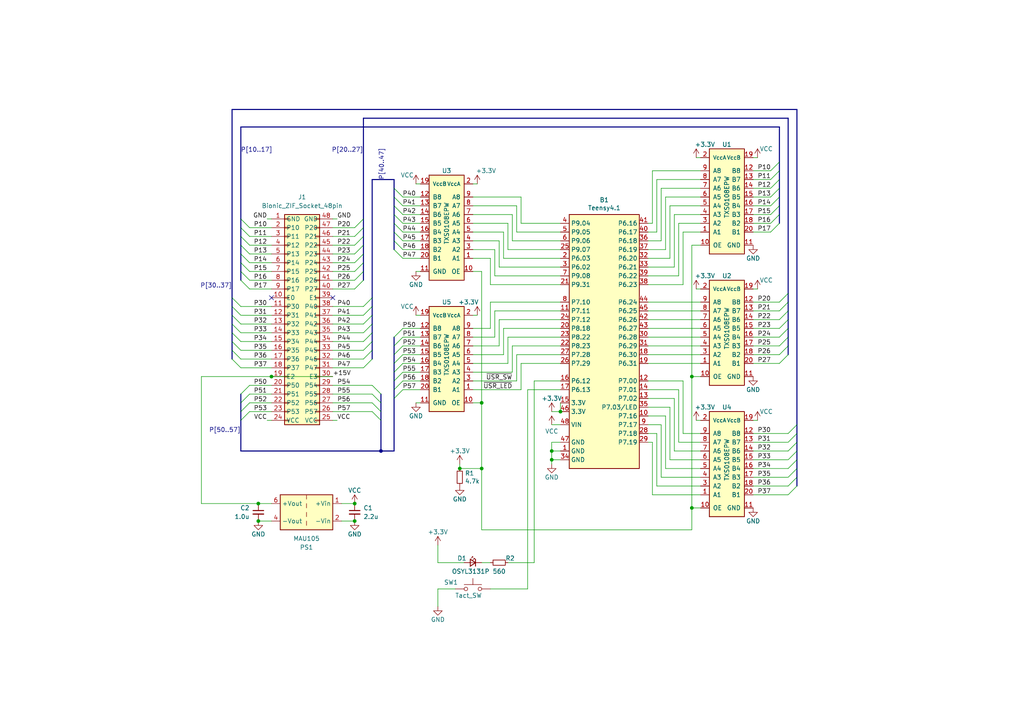
<source format=kicad_sch>
(kicad_sch (version 20230121) (generator eeschema)
  (paper "A4")
  (title_block (title "BionicBase Teensy 4.1 (Universal)") (date "2023-12-16") (rev "6") (company "Tadashi G. Takaoka"))
  (lib_symbols
    (symbol "0-LocalLibrary:Bionic_ZIF_Socket_48pin"
      (property "Reference" "J" (at 3.81 30.48 0))
      (property "Value" "Bionic_ZIF_Socket_48pin" (at 3.81 -33.02 0))
      (symbol "Bionic_ZIF_Socket_48pin_1_1"
        (rectangle (start -1.27 -30.353) (end 0 -30.607) (stroke (width 0.1524)))
        (rectangle (start -1.27 -27.813) (end 0 -28.067) (stroke (width 0.1524)))
        (rectangle (start -1.27 -25.273) (end 0 -25.527) (stroke (width 0.1524)))
        (rectangle (start -1.27 -22.733) (end 0 -22.987) (stroke (width 0.1524)))
        (rectangle (start -1.27 -20.193) (end 0 -20.447) (stroke (width 0.1524)))
        (rectangle (start -1.27 -17.653) (end 0 -17.907) (stroke (width 0.1524)))
        (rectangle (start -1.27 -15.113) (end 0 -15.367) (stroke (width 0.1524)))
        (rectangle (start -1.27 -12.573) (end 0 -12.827) (stroke (width 0.1524)))
        (rectangle (start -1.27 -10.033) (end 0 -10.287) (stroke (width 0.1524)))
        (rectangle (start -1.27 -7.493) (end 0 -7.747) (stroke (width 0.1524)))
        (rectangle (start -1.27 -4.953) (end 0 -5.207) (stroke (width 0.1524)))
        (rectangle (start -1.27 -2.413) (end 0 -2.667) (stroke (width 0.1524)))
        (rectangle (start -1.27 0.127) (end 0 -0.127) (stroke (width 0.1524)))
        (rectangle (start -1.27 2.667) (end 0 2.413) (stroke (width 0.1524)))
        (rectangle (start -1.27 5.207) (end 0 4.953) (stroke (width 0.1524)))
        (rectangle (start -1.27 7.747) (end 0 7.493) (stroke (width 0.1524)))
        (rectangle (start -1.27 10.287) (end 0 10.033) (stroke (width 0.1524)))
        (rectangle (start -1.27 12.827) (end 0 12.573) (stroke (width 0.1524)))
        (rectangle (start -1.27 15.367) (end 0 15.113) (stroke (width 0.1524)))
        (rectangle (start -1.27 17.907) (end 0 17.653) (stroke (width 0.1524)))
        (rectangle (start -1.27 20.447) (end 0 20.193) (stroke (width 0.1524)))
        (rectangle (start -1.27 22.987) (end 0 22.733) (stroke (width 0.1524)))
        (rectangle (start -1.27 25.527) (end 0 25.273) (stroke (width 0.1524)))
        (rectangle (start -1.27 28.067) (end 0 27.813) (stroke (width 0.1524)))
        (rectangle (start -1.27 29.21) (end 8.89 -31.75) (stroke (width 0.254)) (fill (type background)))
        (rectangle (start 8.89 -30.353) (end 7.62 -30.607) (stroke (width 0.1524)))
        (rectangle (start 8.89 -27.813) (end 7.62 -28.067) (stroke (width 0.1524)))
        (rectangle (start 8.89 -25.273) (end 7.62 -25.527) (stroke (width 0.1524)))
        (rectangle (start 8.89 -22.733) (end 7.62 -22.987) (stroke (width 0.1524)))
        (rectangle (start 8.89 -20.193) (end 7.62 -20.447) (stroke (width 0.1524)))
        (rectangle (start 8.89 -17.653) (end 7.62 -17.907) (stroke (width 0.1524)))
        (rectangle (start 8.89 -15.113) (end 7.62 -15.367) (stroke (width 0.1524)))
        (rectangle (start 8.89 -12.573) (end 7.62 -12.827) (stroke (width 0.1524)))
        (rectangle (start 8.89 -10.033) (end 7.62 -10.287) (stroke (width 0.1524)))
        (rectangle (start 8.89 -7.493) (end 7.62 -7.747) (stroke (width 0.1524)))
        (rectangle (start 8.89 -4.953) (end 7.62 -5.207) (stroke (width 0.1524)))
        (rectangle (start 8.89 -2.413) (end 7.62 -2.667) (stroke (width 0.1524)))
        (rectangle (start 8.89 0.127) (end 7.62 -0.127) (stroke (width 0.1524)))
        (rectangle (start 8.89 2.667) (end 7.62 2.413) (stroke (width 0.1524)))
        (rectangle (start 8.89 5.207) (end 7.62 4.953) (stroke (width 0.1524)))
        (rectangle (start 8.89 7.747) (end 7.62 7.493) (stroke (width 0.1524)))
        (rectangle (start 8.89 10.287) (end 7.62 10.033) (stroke (width 0.1524)))
        (rectangle (start 8.89 12.827) (end 7.62 12.573) (stroke (width 0.1524)))
        (rectangle (start 8.89 15.367) (end 7.62 15.113) (stroke (width 0.1524)))
        (rectangle (start 8.89 17.907) (end 7.62 17.653) (stroke (width 0.1524)))
        (rectangle (start 8.89 20.447) (end 7.62 20.193) (stroke (width 0.1524)))
        (rectangle (start 8.89 22.987) (end 7.62 22.733) (stroke (width 0.1524)))
        (rectangle (start 8.89 25.527) (end 7.62 25.273) (stroke (width 0.1524)))
        (rectangle (start 8.89 28.067) (end 7.62 27.813) (stroke (width 0.1524)))
        (pin passive line (at -5.08 27.94 0) (length 3.81) (name "GND") (number "1"))
        (pin passive line (at -5.08 5.08 0) (length 3.81) (name "E0") (number "10"))
        (pin passive line (at -5.08 2.54 0) (length 3.81) (name "P30") (number "11"))
        (pin passive line (at -5.08 0 0) (length 3.81) (name "P31") (number "12"))
        (pin passive line (at -5.08 -2.54 0) (length 3.81) (name "P32") (number "13"))
        (pin passive line (at -5.08 -5.08 0) (length 3.81) (name "P33") (number "14"))
        (pin passive line (at -5.08 -7.62 0) (length 3.81) (name "P34") (number "15"))
        (pin passive line (at -5.08 -10.16 0) (length 3.81) (name "P35") (number "16"))
        (pin passive line (at -5.08 -12.7 0) (length 3.81) (name "P36") (number "17"))
        (pin passive line (at -5.08 -15.24 0) (length 3.81) (name "P37") (number "18"))
        (pin passive line (at -5.08 -17.78 0) (length 3.81) (name "E2") (number "19"))
        (pin passive line (at -5.08 25.4 0) (length 3.81) (name "P10") (number "2"))
        (pin passive line (at -5.08 -20.32 0) (length 3.81) (name "P50") (number "20"))
        (pin passive line (at -5.08 -22.86 0) (length 3.81) (name "P51") (number "21"))
        (pin passive line (at -5.08 -25.4 0) (length 3.81) (name "P52") (number "22"))
        (pin passive line (at -5.08 -27.94 0) (length 3.81) (name "P53") (number "23"))
        (pin passive line (at -5.08 -30.48 0) (length 3.81) (name "VCC") (number "24"))
        (pin passive line (at 12.7 -30.48 180) (length 3.81) (name "VCC") (number "25"))
        (pin passive line (at 12.7 -27.94 180) (length 3.81) (name "P57") (number "26"))
        (pin passive line (at 12.7 -25.4 180) (length 3.81) (name "P56") (number "27"))
        (pin passive line (at 12.7 -22.86 180) (length 3.81) (name "P55") (number "28"))
        (pin passive line (at 12.7 -20.32 180) (length 3.81) (name "P54") (number "29"))
        (pin passive line (at -5.08 22.86 0) (length 3.81) (name "P11") (number "3"))
        (pin passive line (at 12.7 -17.78 180) (length 3.81) (name "E3") (number "30"))
        (pin passive line (at 12.7 -15.24 180) (length 3.81) (name "P47") (number "31"))
        (pin passive line (at 12.7 -12.7 180) (length 3.81) (name "P46") (number "32"))
        (pin passive line (at 12.7 -10.16 180) (length 3.81) (name "P45") (number "33"))
        (pin passive line (at 12.7 -7.62 180) (length 3.81) (name "P44") (number "34"))
        (pin passive line (at 12.7 -5.08 180) (length 3.81) (name "P43") (number "35"))
        (pin passive line (at 12.7 -2.54 180) (length 3.81) (name "P42") (number "36"))
        (pin passive line (at 12.7 0 180) (length 3.81) (name "P41") (number "37"))
        (pin passive line (at 12.7 2.54 180) (length 3.81) (name "P40") (number "38"))
        (pin passive line (at 12.7 5.08 180) (length 3.81) (name "E1") (number "39"))
        (pin passive line (at -5.08 20.32 0) (length 3.81) (name "P12") (number "4"))
        (pin passive line (at 12.7 7.62 180) (length 3.81) (name "P27") (number "40"))
        (pin passive line (at 12.7 10.16 180) (length 3.81) (name "P26") (number "41"))
        (pin passive line (at 12.7 12.7 180) (length 3.81) (name "P25") (number "42"))
        (pin passive line (at 12.7 15.24 180) (length 3.81) (name "P24") (number "43"))
        (pin passive line (at 12.7 17.78 180) (length 3.81) (name "P23") (number "44"))
        (pin passive line (at 12.7 20.32 180) (length 3.81) (name "P22") (number "45"))
        (pin passive line (at 12.7 22.86 180) (length 3.81) (name "P21") (number "46"))
        (pin passive line (at 12.7 25.4 180) (length 3.81) (name "P20") (number "47"))
        (pin passive line (at 12.7 27.94 180) (length 3.81) (name "GND") (number "48"))
        (pin passive line (at -5.08 17.78 0) (length 3.81) (name "P13") (number "5"))
        (pin passive line (at -5.08 15.24 0) (length 3.81) (name "P14") (number "6"))
        (pin passive line (at -5.08 12.7 0) (length 3.81) (name "P15") (number "7"))
        (pin passive line (at -5.08 10.16 0) (length 3.81) (name "P16") (number "8"))
        (pin passive line (at -5.08 7.62 0) (length 3.81) (name "P17") (number "9"))
      )
    )
    (symbol "0-LocalLibrary:MAU105"
      (property "Reference" "PS" (at -7.62 6.35 0))
      (property "Value" "MAU105" (at 1.27 6.35 0))
      (symbol "MAU105_0_0"
        (pin power_in line (at -10.16 2.54 0) (length 2.54) (name "+Vin") (number "1"))
        (pin power_in line (at -10.16 -2.54 0) (length 2.54) (name "-Vin") (number "2"))
        (pin passive line (at 10.16 -2.54 180) (length 2.54) (name "-Vout") (number "4"))
        (pin power_out line (at 10.16 2.54 180) (length 2.54) (name "+Vout") (number "6"))
      )
      (symbol "MAU105_0_1"
        (rectangle (start -7.62 5.08) (end 7.62 -5.08) (stroke (width 0.254)) (fill (type background)))
        (polyline (pts (xy 0 -2.54) (xy 0 -3.81)))
        (polyline (pts (xy 0 0) (xy 0 -1.27)))
        (polyline (pts (xy 0 2.54) (xy 0 1.27)))
        (polyline (pts (xy 0 5.08) (xy 0 3.81)))
      )
    )
    (symbol "0-LocalLibrary:TXS0108EPW" (pin_names (offset 1.016))
      (property "Reference" "U" (at 0 15.24 0))
      (property "Value" "TXS0108EPW" (at 0 0 90))
      (symbol "TXS0108EPW_1_0"
        (pin bidirectional line (at -7.62 -10.16 0) (length 2.54) (name "A1") (number "1"))
        (pin input line (at -7.62 -13.97 0) (length 2.54) (name "OE") (number "10"))
        (pin power_in line (at 7.62 -13.97 180) (length 2.54) (name "GND") (number "11"))
        (pin bidirectional line (at 7.62 7.62 180) (length 2.54) (name "B8") (number "12"))
        (pin bidirectional line (at 7.62 5.08 180) (length 2.54) (name "B7") (number "13"))
        (pin bidirectional line (at 7.62 2.54 180) (length 2.54) (name "B6") (number "14"))
        (pin bidirectional line (at 7.62 0 180) (length 2.54) (name "B5") (number "15"))
        (pin bidirectional line (at 7.62 -2.54 180) (length 2.54) (name "B4") (number "16"))
        (pin bidirectional line (at 7.62 -5.08 180) (length 2.54) (name "B3") (number "17"))
        (pin bidirectional line (at 7.62 -7.62 180) (length 2.54) (name "B2") (number "18"))
        (pin power_in line (at 7.62 11.43 180) (length 2.54) (name "VccB") (number "19"))
        (pin bidirectional line (at 7.62 -10.16 180) (length 2.54) (name "B1") (number "20"))
        (pin bidirectional line (at -7.62 -7.62 0) (length 2.54) (name "A2") (number "3"))
        (pin bidirectional line (at -7.62 -5.08 0) (length 2.54) (name "A3") (number "4"))
        (pin bidirectional line (at -7.62 -2.54 0) (length 2.54) (name "A4") (number "5"))
        (pin bidirectional line (at -7.62 0 0) (length 2.54) (name "A5") (number "6"))
        (pin bidirectional line (at -7.62 2.54 0) (length 2.54) (name "A6") (number "7"))
        (pin bidirectional line (at -7.62 5.08 0) (length 2.54) (name "A7") (number "8"))
        (pin bidirectional line (at -7.62 7.62 0) (length 2.54) (name "A8") (number "9"))
      )
      (symbol "TXS0108EPW_1_1"
        (rectangle (start 5.08 13.97) (end -5.08 -16.51) (stroke (width 0.254)) (fill (type background)))
        (pin power_in line (at -7.62 11.43 0) (length 2.54) (name "VccA") (number "2"))
      )
    )
    (symbol "0-LocalLibrary:Tact_SW" (pin_numbers hide) (pin_names (offset 1.016) hide)
      (property "Reference" "SW" (at 1.27 2.54 0))
      (property "Value" "Tact_SW" (at 0 -1.524 0))
      (symbol "Tact_SW_0_1"
        (circle (center -2.032 0) (radius 0.508))
        (polyline (pts (xy 0 1.27) (xy 0 3.048)))
        (polyline (pts (xy 2.54 1.27) (xy -2.54 1.27)))
        (circle (center 2.032 0) (radius 0.508))
        (pin passive line (at -5.08 0 0) (length 2.54) (name "1") (number "1"))
        (pin passive line (at 5.08 0 180) (length 2.54) (name "2") (number "2"))
      )
    )
    (symbol "0-LocalLibrary:Teensy4.1"
      (property "Reference" "B" (at -1.27 30.48 0))
      (property "Value" "Teensy4.1" (at -1.27 -8.89 90))
      (symbol "Teensy4.1_0_0"
        (pin power_in line (at -12.7 -24.13 0) (length 2.54) (name "3.3V") (number "15"))
        (pin bidirectional line (at -12.7 20.32 0) (length 2.54) (name "P9.07") (number "25"))
        (pin power_in line (at -12.7 -35.56 0) (length 2.54) (name "GND") (number "47"))
      )
      (symbol "Teensy4.1_0_1"
        (rectangle (start -10.16 -43.18) (end 10.16 30.48) (stroke (width 0.254)) (fill (type background)))
      )
      (symbol "Teensy4.1_1_1"
        (pin power_out line (at -12.7 -38.1 0) (length 2.54) (name "GND") (number "1"))
        (pin bidirectional line (at 12.7 -27.94 180) (length 2.54) (name "P7.16") (number "10"))
        (pin bidirectional line (at -12.7 2.54 0) (length 2.54) (name "P7.11") (number "11"))
        (pin bidirectional line (at 12.7 -17.78 180) (length 2.54) (name "P7.00") (number "12"))
        (pin bidirectional line (at 12.7 -22.86 180) (length 2.54) (name "P7.02") (number "13"))
        (pin bidirectional line (at 12.7 -20.32 180) (length 2.54) (name "P7.01") (number "14"))
        (pin bidirectional line (at -12.7 -17.78 0) (length 2.54) (name "P6.12") (number "16"))
        (pin bidirectional line (at -12.7 -20.32 0) (length 2.54) (name "P6.13") (number "17"))
        (pin bidirectional line (at 12.7 -10.16 180) (length 2.54) (name "P6.30") (number "18"))
        (pin bidirectional line (at 12.7 -12.7 180) (length 2.54) (name "P6.31") (number "19"))
        (pin bidirectional line (at -12.7 17.78 0) (length 2.54) (name "P6.03") (number "2"))
        (pin bidirectional line (at -12.7 -2.54 0) (length 2.54) (name "P8.18") (number "20"))
        (pin bidirectional line (at -12.7 10.16 0) (length 2.54) (name "P9.31") (number "21"))
        (pin bidirectional line (at -12.7 -7.62 0) (length 2.54) (name "P8.23") (number "22"))
        (pin bidirectional line (at -12.7 -5.08 0) (length 2.54) (name "P8.22") (number "23"))
        (pin bidirectional line (at -12.7 0 0) (length 2.54) (name "P7.12") (number "24"))
        (pin bidirectional line (at -12.7 -12.7 0) (length 2.54) (name "P7.29") (number "26"))
        (pin bidirectional line (at -12.7 -10.16 0) (length 2.54) (name "P7.28") (number "27"))
        (pin bidirectional line (at 12.7 -33.02 180) (length 2.54) (name "P7.18") (number "28"))
        (pin bidirectional line (at 12.7 -35.56 180) (length 2.54) (name "P7.19") (number "29"))
        (pin bidirectional line (at -12.7 15.24 0) (length 2.54) (name "P6.02") (number "3"))
        (pin bidirectional line (at 12.7 -5.08 180) (length 2.54) (name "P6.28") (number "30"))
        (pin bidirectional line (at 12.7 -7.62 180) (length 2.54) (name "P6.29") (number "31"))
        (pin bidirectional line (at 12.7 17.78 180) (length 2.54) (name "P6.20") (number "32"))
        (pin bidirectional line (at 12.7 15.24 180) (length 2.54) (name "P6.21") (number "33"))
        (pin power_in line (at -12.7 -40.64 0) (length 2.54) (name "GND") (number "34"))
        (pin bidirectional line (at 12.7 -25.4 180) (length 2.54) (name "P7.03/LED") (number "35"))
        (pin bidirectional line (at 12.7 22.86 180) (length 2.54) (name "P6.18") (number "36"))
        (pin bidirectional line (at 12.7 20.32 180) (length 2.54) (name "P6.19") (number "37"))
        (pin bidirectional line (at 12.7 10.16 180) (length 2.54) (name "P6.23") (number "38"))
        (pin bidirectional line (at 12.7 12.7 180) (length 2.54) (name "P6.22") (number "39"))
        (pin bidirectional line (at -12.7 27.94 0) (length 2.54) (name "P9.04") (number "4"))
        (pin bidirectional line (at 12.7 25.4 180) (length 2.54) (name "P6.17") (number "40"))
        (pin bidirectional line (at 12.7 27.94 180) (length 2.54) (name "P6.16") (number "41"))
        (pin bidirectional line (at 12.7 0 180) (length 2.54) (name "P6.26") (number "42"))
        (pin bidirectional line (at 12.7 -2.54 180) (length 2.54) (name "P6.27") (number "43"))
        (pin bidirectional line (at 12.7 5.08 180) (length 2.54) (name "P6.24") (number "44"))
        (pin bidirectional line (at 12.7 2.54 180) (length 2.54) (name "P6.25") (number "45"))
        (pin power_out line (at -12.7 -26.67 0) (length 2.54) (name "3.3V") (number "46"))
        (pin power_out line (at -12.7 -30.48 0) (length 2.54) (name "VIN") (number "48"))
        (pin bidirectional line (at -12.7 25.4 0) (length 2.54) (name "P9.05") (number "5"))
        (pin bidirectional line (at -12.7 22.86 0) (length 2.54) (name "P9.06") (number "6"))
        (pin bidirectional line (at -12.7 12.7 0) (length 2.54) (name "P9.08") (number "7"))
        (pin bidirectional line (at -12.7 5.08 0) (length 2.54) (name "P7.10") (number "8"))
        (pin bidirectional line (at 12.7 -30.48 180) (length 2.54) (name "P7.17") (number "9"))
      )
    )
    (symbol "Device:C_Small" (pin_numbers hide) (pin_names (offset 0.254) hide)
      (property "Reference" "C" (at 0.254 1.778 0))
      (property "Value" "C_Small" (at 0.254 -2.032 0))
      (symbol "C_Small_0_1"
        (polyline (pts (xy -1.524 -0.508) (xy 1.524 -0.508)) (stroke (width 0.3302)))
        (polyline (pts (xy -1.524 0.508) (xy 1.524 0.508)) (stroke (width 0.3048)))
      )
      (symbol "C_Small_1_1"
        (pin passive line (at 0 2.54 270) (length 2.032) (name "~") (number "1"))
        (pin passive line (at 0 -2.54 90) (length 2.032) (name "~") (number "2"))
      )
    )
    (symbol "Device:LED_Small" (pin_numbers hide) (pin_names (offset 0.254) hide)
      (property "Reference" "D" (at -1.27 3.175 0))
      (property "Value" "LED_Small" (at -4.445 -2.54 0))
      (symbol "LED_Small_0_1"
        (polyline (pts (xy -0.762 -1.016) (xy -0.762 1.016)) (stroke (width 0.254)))
        (polyline (pts (xy 1.016 0) (xy -0.762 0)))
        (polyline (pts (xy 0.762 -1.016) (xy -0.762 0) (xy 0.762 1.016) (xy 0.762 -1.016)) (stroke (width 0.254)))
        (polyline (pts (xy 0 0.762) (xy -0.508 1.27) (xy -0.254 1.27) (xy -0.508 1.27) (xy -0.508 1.016)))
        (polyline (pts (xy 0.508 1.27) (xy 0 1.778) (xy 0.254 1.778) (xy 0 1.778) (xy 0 1.524)))
      )
      (symbol "LED_Small_1_1"
        (pin passive line (at -2.54 0 0) (length 1.778) (name "K") (number "1"))
        (pin passive line (at 2.54 0 180) (length 1.778) (name "A") (number "2"))
      )
    )
    (symbol "Device:R_Small" (pin_numbers hide) (pin_names (offset 0.254) hide)
      (property "Reference" "R" (at 0.762 0.508 0))
      (property "Value" "R_Small" (at 0.762 -1.016 0))
      (symbol "R_Small_0_1"
        (rectangle (start -0.762 1.778) (end 0.762 -1.778) (stroke (width 0.2032)))
      )
      (symbol "R_Small_1_1"
        (pin passive line (at 0 2.54 270) (length 0.762) (name "~") (number "1"))
        (pin passive line (at 0 -2.54 90) (length 0.762) (name "~") (number "2"))
      )
    )
    (symbol "power:+3.3V" (power) (pin_names (offset 0))
      (property "Value" "+3.3V" (at 0 3.556 0))
      (symbol "+3.3V_0_1"
        (polyline (pts (xy -0.762 1.27) (xy 0 2.54)))
        (polyline (pts (xy 0 0) (xy 0 2.54)))
        (polyline (pts (xy 0 2.54) (xy 0.762 1.27)))
      )
      (symbol "+3.3V_1_1"
        (pin power_in line (at 0 0 90) (length 0) hide (name "+3.3V") (number "1"))
      )
    )
    (symbol "power:GND" (power) (pin_names (offset 0))
      (property "Value" "GND" (at 0 -3.81 0))
      (symbol "GND_0_1"
        (polyline (pts (xy 0 0) (xy 0 -1.27) (xy 1.27 -1.27) (xy 0 -2.54) (xy -1.27 -1.27) (xy 0 -1.27)))
      )
      (symbol "GND_1_1"
        (pin power_in line (at 0 0 270) (length 0) hide (name "GND") (number "1"))
      )
    )
    (symbol "power:VCC" (power) (pin_names (offset 0))
      (property "Value" "VCC" (at 0 3.81 0))
      (symbol "VCC_0_1"
        (polyline (pts (xy -0.762 1.27) (xy 0 2.54)))
        (polyline (pts (xy 0 0) (xy 0 2.54)))
        (polyline (pts (xy 0 2.54) (xy 0.762 1.27)))
      )
      (symbol "VCC_1_1"
        (pin power_in line (at 0 0 90) (length 0) hide (name "VCC") (number "1"))
      )
    )
  )
  (junction (at 139.7 135.89))
  (junction (at 139.7 116.84))
  (junction (at 74.93 146.05))
  (junction (at 162.56 119.38))
  (junction (at 78.74 109.22))
  (junction (at 102.87 151.13))
  (junction (at 133.35 135.89))
  (junction (at 160.02 133.35))
  (junction (at 102.87 146.05))
  (junction (at 160.02 130.81))
  (junction (at 200.66 109.22))
  (junction (at 110.49 130.81))
  (junction (at 74.93 151.13))
  (junction (at 200.66 147.32))
  (no_connect (at 96.52 86.36))
  (no_connect (at 78.74 86.36))
  (bus_entry (at 105.41 78.74) (size -2.54 2.54))
  (bus_entry (at 226.06 57.15) (size -2.54 2.54))
  (bus_entry (at 107.95 104.14) (size -2.54 2.54))
  (bus_entry (at 114.3 54.61) (size 2.54 2.54))
  (bus_entry (at 69.85 68.58) (size 2.54 2.54))
  (bus_entry (at 231.14 140.97) (size -2.54 2.54))
  (bus_entry (at 114.3 62.23) (size 2.54 2.54))
  (bus_entry (at 228.6 92.71) (size -2.54 2.54))
  (bus_entry (at 69.85 76.2) (size 2.54 2.54))
  (bus_entry (at 226.06 59.69) (size -2.54 2.54))
  (bus_entry (at 110.49 114.3) (size -2.54 -2.54))
  (bus_entry (at 105.41 76.2) (size -2.54 2.54))
  (bus_entry (at 67.31 96.52) (size 2.54 2.54))
  (bus_entry (at 107.95 86.36) (size -2.54 2.54))
  (bus_entry (at 226.06 54.61) (size -2.54 2.54))
  (bus_entry (at 67.31 93.98) (size 2.54 2.54))
  (bus_entry (at 114.3 57.15) (size 2.54 2.54))
  (bus_entry (at 107.95 101.6) (size -2.54 2.54))
  (bus_entry (at 69.85 121.92) (size 2.54 -2.54))
  (bus_entry (at 228.6 95.25) (size -2.54 2.54))
  (bus_entry (at 67.31 99.06) (size 2.54 2.54))
  (bus_entry (at 69.85 66.04) (size 2.54 2.54))
  (bus_entry (at 110.49 121.92) (size -2.54 -2.54))
  (bus_entry (at 226.06 52.07) (size -2.54 2.54))
  (bus_entry (at 231.14 125.73) (size -2.54 2.54))
  (bus_entry (at 110.49 119.38) (size -2.54 -2.54))
  (bus_entry (at 69.85 116.84) (size 2.54 -2.54))
  (bus_entry (at 67.31 86.36) (size 2.54 2.54))
  (bus_entry (at 105.41 66.04) (size -2.54 2.54))
  (bus_entry (at 105.41 68.58) (size -2.54 2.54))
  (bus_entry (at 114.3 100.33) (size 2.54 -2.54))
  (bus_entry (at 226.06 46.99) (size -2.54 2.54))
  (bus_entry (at 69.85 78.74) (size 2.54 2.54))
  (bus_entry (at 231.14 138.43) (size -2.54 2.54))
  (bus_entry (at 69.85 63.5) (size 2.54 2.54))
  (bus_entry (at 114.3 107.95) (size 2.54 -2.54))
  (bus_entry (at 107.95 88.9) (size -2.54 2.54))
  (bus_entry (at 228.6 90.17) (size -2.54 2.54))
  (bus_entry (at 67.31 104.14) (size 2.54 2.54))
  (bus_entry (at 231.14 135.89) (size -2.54 2.54))
  (bus_entry (at 67.31 88.9) (size 2.54 2.54))
  (bus_entry (at 114.3 97.79) (size 2.54 -2.54))
  (bus_entry (at 107.95 99.06) (size -2.54 2.54))
  (bus_entry (at 231.14 133.35) (size -2.54 2.54))
  (bus_entry (at 114.3 72.39) (size 2.54 2.54))
  (bus_entry (at 69.85 114.3) (size 2.54 -2.54))
  (bus_entry (at 69.85 119.38) (size 2.54 -2.54))
  (bus_entry (at 114.3 59.69) (size 2.54 2.54))
  (bus_entry (at 231.14 128.27) (size -2.54 2.54))
  (bus_entry (at 226.06 49.53) (size -2.54 2.54))
  (bus_entry (at 228.6 102.87) (size -2.54 2.54))
  (bus_entry (at 231.14 123.19) (size -2.54 2.54))
  (bus_entry (at 114.3 113.03) (size 2.54 -2.54))
  (bus_entry (at 110.49 116.84) (size -2.54 -2.54))
  (bus_entry (at 107.95 96.52) (size -2.54 2.54))
  (bus_entry (at 105.41 73.66) (size -2.54 2.54))
  (bus_entry (at 228.6 100.33) (size -2.54 2.54))
  (bus_entry (at 114.3 115.57) (size 2.54 -2.54))
  (bus_entry (at 114.3 102.87) (size 2.54 -2.54))
  (bus_entry (at 114.3 64.77) (size 2.54 2.54))
  (bus_entry (at 114.3 105.41) (size 2.54 -2.54))
  (bus_entry (at 105.41 81.28) (size -2.54 2.54))
  (bus_entry (at 105.41 71.12) (size -2.54 2.54))
  (bus_entry (at 114.3 69.85) (size 2.54 2.54))
  (bus_entry (at 69.85 71.12) (size 2.54 2.54))
  (bus_entry (at 105.41 63.5) (size -2.54 2.54))
  (bus_entry (at 226.06 62.23) (size -2.54 2.54))
  (bus_entry (at 107.95 91.44) (size -2.54 2.54))
  (bus_entry (at 228.6 97.79) (size -2.54 2.54))
  (bus_entry (at 69.85 81.28) (size 2.54 2.54))
  (bus_entry (at 228.6 87.63) (size -2.54 2.54))
  (bus_entry (at 228.6 85.09) (size -2.54 2.54))
  (bus_entry (at 67.31 91.44) (size 2.54 2.54))
  (bus_entry (at 226.06 64.77) (size -2.54 2.54))
  (bus_entry (at 107.95 93.98) (size -2.54 2.54))
  (bus_entry (at 114.3 110.49) (size 2.54 -2.54))
  (bus_entry (at 67.31 101.6) (size 2.54 2.54))
  (bus_entry (at 69.85 73.66) (size 2.54 2.54))
  (bus_entry (at 231.14 130.81) (size -2.54 2.54))
  (bus_entry (at 114.3 67.31) (size 2.54 2.54))
  (wire (pts (xy 191.77 54.61) (xy 203.2 54.61)))
  (wire (pts (xy 96.52 104.14) (xy 105.41 104.14)))
  (wire (pts (xy 121.92 57.15) (xy 116.84 57.15)))
  (wire (pts (xy 133.35 135.89) (xy 139.7 135.89)))
  (wire (pts (xy 193.04 57.15) (xy 203.2 57.15)))
  (wire (pts (xy 96.52 68.58) (xy 102.87 68.58)))
  (bus (pts (xy 226.06 46.99) (xy 226.06 49.53)))
  (bus (pts (xy 69.85 116.84) (xy 69.85 119.38)))
  (wire (pts (xy 218.44 130.81) (xy 228.6 130.81)))
  (wire (pts (xy 162.56 128.27) (xy 160.02 128.27)))
  (bus (pts (xy 67.31 31.75) (xy 231.14 31.75)))
  (wire (pts (xy 194.31 59.69) (xy 194.31 74.93)))
  (wire (pts (xy 78.74 81.28) (xy 72.39 81.28)))
  (wire (pts (xy 127 170.815) (xy 127 175.895)))
  (wire (pts (xy 96.52 63.5) (xy 97.79 63.5)))
  (bus (pts (xy 67.31 88.9) (xy 67.31 91.44)))
  (wire (pts (xy 191.77 69.85) (xy 191.77 54.61)))
  (wire (pts (xy 121.92 91.44) (xy 120.65 91.44)))
  (wire (pts (xy 121.92 110.49) (xy 116.84 110.49)))
  (wire (pts (xy 187.96 80.01) (xy 196.85 80.01)))
  (wire (pts (xy 121.92 113.03) (xy 116.84 113.03)))
  (wire (pts (xy 148.59 69.85) (xy 148.59 62.23)))
  (bus (pts (xy 67.31 99.06) (xy 67.31 101.6)))
  (wire (pts (xy 78.74 93.98) (xy 69.85 93.98)))
  (wire (pts (xy 187.96 67.31) (xy 190.5 67.31)))
  (wire (pts (xy 72.39 78.74) (xy 78.74 78.74)))
  (wire (pts (xy 203.2 52.07) (xy 190.5 52.07)))
  (wire (pts (xy 137.16 97.79) (xy 143.51 97.79)))
  (bus (pts (xy 107.95 101.6) (xy 107.95 104.14)))
  (wire (pts (xy 149.86 110.49) (xy 149.86 102.87)))
  (wire (pts (xy 223.52 64.77) (xy 218.44 64.77)))
  (bus (pts (xy 231.14 133.35) (xy 231.14 135.89)))
  (wire (pts (xy 187.96 118.11) (xy 194.31 118.11)))
  (wire (pts (xy 96.52 88.9) (xy 105.41 88.9)))
  (wire (pts (xy 218.44 100.33) (xy 226.06 100.33)))
  (bus (pts (xy 114.3 115.57) (xy 114.3 130.81)))
  (bus (pts (xy 69.85 36.83) (xy 69.85 63.5)))
  (wire (pts (xy 187.96 64.77) (xy 189.23 64.77)))
  (bus (pts (xy 231.14 123.19) (xy 231.14 125.73)))
  (bus (pts (xy 107.95 88.9) (xy 107.95 91.44)))
  (wire (pts (xy 187.96 128.27) (xy 189.23 128.27)))
  (wire (pts (xy 223.52 57.15) (xy 218.44 57.15)))
  (wire (pts (xy 218.44 90.17) (xy 226.06 90.17)))
  (wire (pts (xy 151.13 113.03) (xy 137.16 113.03)))
  (bus (pts (xy 69.85 63.5) (xy 69.85 66.04)))
  (bus (pts (xy 228.6 97.79) (xy 228.6 100.33)))
  (wire (pts (xy 138.43 91.44) (xy 137.16 91.44)))
  (wire (pts (xy 139.7 78.74) (xy 139.7 116.84)))
  (wire (pts (xy 151.13 105.41) (xy 151.13 113.03)))
  (bus (pts (xy 69.85 76.2) (xy 69.85 78.74)))
  (wire (pts (xy 187.96 113.03) (xy 196.85 113.03)))
  (wire (pts (xy 78.74 63.5) (xy 77.47 63.5)))
  (wire (pts (xy 78.74 76.2) (xy 72.39 76.2)))
  (bus (pts (xy 69.85 66.04) (xy 69.85 68.58)))
  (wire (pts (xy 200.66 109.22) (xy 200.66 147.32)))
  (wire (pts (xy 218.44 97.79) (xy 226.06 97.79)))
  (wire (pts (xy 194.31 118.11) (xy 194.31 133.35)))
  (wire (pts (xy 142.24 82.55) (xy 142.24 74.93)))
  (wire (pts (xy 200.66 147.32) (xy 200.66 153.67)))
  (bus (pts (xy 114.3 62.23) (xy 114.3 64.77)))
  (wire (pts (xy 74.93 146.05) (xy 78.74 146.05)))
  (wire (pts (xy 187.96 97.79) (xy 203.2 97.79)))
  (wire (pts (xy 160.02 128.27) (xy 160.02 130.81)))
  (bus (pts (xy 69.85 78.74) (xy 69.85 81.28)))
  (bus (pts (xy 105.41 78.74) (xy 105.41 81.28)))
  (wire (pts (xy 142.24 95.25) (xy 137.16 95.25)))
  (wire (pts (xy 139.7 116.84) (xy 139.7 135.89)))
  (bus (pts (xy 105.41 76.2) (xy 105.41 78.74)))
  (wire (pts (xy 218.44 87.63) (xy 226.06 87.63)))
  (wire (pts (xy 195.58 77.47) (xy 195.58 62.23)))
  (wire (pts (xy 96.52 91.44) (xy 105.41 91.44)))
  (wire (pts (xy 162.56 77.47) (xy 144.78 77.47)))
  (bus (pts (xy 67.31 31.75) (xy 67.31 86.36)))
  (wire (pts (xy 149.86 59.69) (xy 149.86 67.31)))
  (wire (pts (xy 121.92 116.84) (xy 120.65 116.84)))
  (wire (pts (xy 146.05 102.87) (xy 146.05 95.25)))
  (bus (pts (xy 226.06 36.83) (xy 226.06 46.99)))
  (wire (pts (xy 102.87 78.74) (xy 96.52 78.74)))
  (wire (pts (xy 195.58 130.81) (xy 195.58 115.57)))
  (wire (pts (xy 78.74 106.68) (xy 69.85 106.68)))
  (wire (pts (xy 223.52 62.23) (xy 218.44 62.23)))
  (bus (pts (xy 110.49 121.92) (xy 110.49 130.81)))
  (bus (pts (xy 105.41 63.5) (xy 105.41 66.04)))
  (wire (pts (xy 196.85 128.27) (xy 203.2 128.27)))
  (bus (pts (xy 228.6 85.09) (xy 228.6 87.63)))
  (bus (pts (xy 231.14 138.43) (xy 231.14 140.97)))
  (wire (pts (xy 96.52 93.98) (xy 105.41 93.98)))
  (wire (pts (xy 137.16 78.74) (xy 139.7 78.74)))
  (wire (pts (xy 218.44 45.72) (xy 219.71 45.72)))
  (wire (pts (xy 121.92 95.25) (xy 116.84 95.25)))
  (wire (pts (xy 189.23 128.27) (xy 189.23 143.51)))
  (wire (pts (xy 203.2 140.97) (xy 190.5 140.97)))
  (wire (pts (xy 191.77 138.43) (xy 203.2 138.43)))
  (wire (pts (xy 162.56 130.81) (xy 160.02 130.81)))
  (wire (pts (xy 139.7 153.67) (xy 200.66 153.67)))
  (bus (pts (xy 110.49 119.38) (xy 110.49 121.92)))
  (wire (pts (xy 58.42 146.05) (xy 74.93 146.05)))
  (wire (pts (xy 78.74 119.38) (xy 72.39 119.38)))
  (wire (pts (xy 116.84 62.23) (xy 121.92 62.23)))
  (bus (pts (xy 114.3 69.85) (xy 114.3 72.39)))
  (bus (pts (xy 231.14 135.89) (xy 231.14 138.43)))
  (wire (pts (xy 107.95 111.76) (xy 96.52 111.76)))
  (wire (pts (xy 107.95 119.38) (xy 96.52 119.38)))
  (bus (pts (xy 105.41 73.66) (xy 105.41 76.2)))
  (bus (pts (xy 110.49 116.84) (xy 110.49 119.38)))
  (bus (pts (xy 226.06 59.69) (xy 226.06 62.23)))
  (wire (pts (xy 198.12 82.55) (xy 198.12 67.31)))
  (wire (pts (xy 142.24 87.63) (xy 142.24 95.25)))
  (wire (pts (xy 198.12 110.49) (xy 198.12 125.73)))
  (wire (pts (xy 137.16 110.49) (xy 149.86 110.49)))
  (bus (pts (xy 114.3 107.95) (xy 114.3 110.49)))
  (bus (pts (xy 69.85 68.58) (xy 69.85 71.12)))
  (wire (pts (xy 151.13 64.77) (xy 151.13 57.15)))
  (bus (pts (xy 228.6 100.33) (xy 228.6 102.87)))
  (wire (pts (xy 78.74 71.12) (xy 72.39 71.12)))
  (wire (pts (xy 190.5 140.97) (xy 190.5 125.73)))
  (wire (pts (xy 133.35 134.62) (xy 133.35 135.89)))
  (bus (pts (xy 107.95 93.98) (xy 107.95 96.52)))
  (wire (pts (xy 162.56 110.49) (xy 154.94 110.49)))
  (wire (pts (xy 144.78 69.85) (xy 137.16 69.85)))
  (wire (pts (xy 162.56 90.17) (xy 143.51 90.17)))
  (bus (pts (xy 114.3 52.07) (xy 114.3 54.61)))
  (bus (pts (xy 114.3 105.41) (xy 114.3 107.95)))
  (wire (pts (xy 187.96 100.33) (xy 203.2 100.33)))
  (wire (pts (xy 187.96 125.73) (xy 190.5 125.73)))
  (wire (pts (xy 200.66 71.12) (xy 200.66 109.22)))
  (bus (pts (xy 105.41 66.04) (xy 105.41 68.58)))
  (wire (pts (xy 203.2 135.89) (xy 193.04 135.89)))
  (wire (pts (xy 134.62 163.195) (xy 127 163.195)))
  (wire (pts (xy 218.44 49.53) (xy 223.52 49.53)))
  (wire (pts (xy 218.44 135.89) (xy 228.6 135.89)))
  (wire (pts (xy 138.43 53.34) (xy 137.16 53.34)))
  (wire (pts (xy 187.96 87.63) (xy 203.2 87.63)))
  (wire (pts (xy 74.93 151.13) (xy 78.74 151.13)))
  (wire (pts (xy 142.24 74.93) (xy 137.16 74.93)))
  (wire (pts (xy 96.52 121.92) (xy 97.79 121.92)))
  (wire (pts (xy 144.78 92.71) (xy 144.78 100.33)))
  (bus (pts (xy 226.06 57.15) (xy 226.06 59.69)))
  (wire (pts (xy 144.78 100.33) (xy 137.16 100.33)))
  (bus (pts (xy 67.31 93.98) (xy 67.31 96.52)))
  (wire (pts (xy 162.56 97.79) (xy 147.32 97.79)))
  (bus (pts (xy 114.3 59.69) (xy 114.3 62.23)))
  (wire (pts (xy 218.44 140.97) (xy 228.6 140.97)))
  (bus (pts (xy 114.3 64.77) (xy 114.3 67.31)))
  (wire (pts (xy 116.84 72.39) (xy 121.92 72.39)))
  (wire (pts (xy 203.2 130.81) (xy 195.58 130.81)))
  (bus (pts (xy 226.06 54.61) (xy 226.06 57.15)))
  (bus (pts (xy 114.3 97.79) (xy 114.3 100.33)))
  (wire (pts (xy 162.56 67.31) (xy 149.86 67.31)))
  (wire (pts (xy 218.44 143.51) (xy 228.6 143.51)))
  (wire (pts (xy 143.51 72.39) (xy 143.51 80.01)))
  (wire (pts (xy 147.32 72.39) (xy 147.32 64.77)))
  (wire (pts (xy 78.74 66.04) (xy 72.39 66.04)))
  (bus (pts (xy 114.3 67.31) (xy 114.3 69.85)))
  (wire (pts (xy 137.16 67.31) (xy 146.05 67.31)))
  (wire (pts (xy 218.44 121.92) (xy 219.71 121.92)))
  (wire (pts (xy 162.56 74.93) (xy 146.05 74.93)))
  (wire (pts (xy 194.31 133.35) (xy 203.2 133.35)))
  (bus (pts (xy 228.6 34.29) (xy 228.6 85.09)))
  (wire (pts (xy 142.24 163.195) (xy 139.7 163.195)))
  (bus (pts (xy 231.14 31.75) (xy 231.14 123.19)))
  (wire (pts (xy 196.85 113.03) (xy 196.85 128.27)))
  (wire (pts (xy 218.44 92.71) (xy 226.06 92.71)))
  (wire (pts (xy 58.42 109.22) (xy 78.74 109.22)))
  (wire (pts (xy 96.52 99.06) (xy 105.41 99.06)))
  (wire (pts (xy 160.02 133.35) (xy 160.02 134.62)))
  (wire (pts (xy 116.84 69.85) (xy 121.92 69.85)))
  (bus (pts (xy 114.3 100.33) (xy 114.3 102.87)))
  (wire (pts (xy 72.39 111.76) (xy 78.74 111.76)))
  (wire (pts (xy 107.95 114.3) (xy 96.52 114.3)))
  (wire (pts (xy 187.96 92.71) (xy 203.2 92.71)))
  (wire (pts (xy 137.16 59.69) (xy 149.86 59.69)))
  (wire (pts (xy 189.23 143.51) (xy 203.2 143.51)))
  (wire (pts (xy 187.96 115.57) (xy 195.58 115.57)))
  (wire (pts (xy 116.84 67.31) (xy 121.92 67.31)))
  (bus (pts (xy 105.41 34.29) (xy 105.41 63.5)))
  (wire (pts (xy 139.7 135.89) (xy 139.7 153.67)))
  (wire (pts (xy 160.02 119.38) (xy 162.56 119.38)))
  (wire (pts (xy 203.2 64.77) (xy 196.85 64.77)))
  (wire (pts (xy 147.32 97.79) (xy 147.32 105.41)))
  (bus (pts (xy 107.95 99.06) (xy 107.95 101.6)))
  (wire (pts (xy 121.92 105.41) (xy 116.84 105.41)))
  (wire (pts (xy 72.39 73.66) (xy 78.74 73.66)))
  (bus (pts (xy 114.3 57.15) (xy 114.3 59.69)))
  (bus (pts (xy 67.31 101.6) (xy 67.31 104.14)))
  (wire (pts (xy 218.44 133.35) (xy 228.6 133.35)))
  (wire (pts (xy 78.74 104.14) (xy 69.85 104.14)))
  (wire (pts (xy 187.96 72.39) (xy 193.04 72.39)))
  (wire (pts (xy 78.74 96.52) (xy 69.85 96.52)))
  (bus (pts (xy 67.31 96.52) (xy 67.31 99.06)))
  (wire (pts (xy 160.02 133.35) (xy 162.56 133.35)))
  (wire (pts (xy 187.96 82.55) (xy 198.12 82.55)))
  (wire (pts (xy 96.52 76.2) (xy 102.87 76.2)))
  (wire (pts (xy 121.92 78.74) (xy 120.65 78.74)))
  (wire (pts (xy 200.66 147.32) (xy 203.2 147.32)))
  (wire (pts (xy 78.74 99.06) (xy 69.85 99.06)))
  (wire (pts (xy 116.84 74.93) (xy 121.92 74.93)))
  (wire (pts (xy 99.06 146.05) (xy 102.87 146.05)))
  (wire (pts (xy 78.74 68.58) (xy 72.39 68.58)))
  (bus (pts (xy 114.3 102.87) (xy 114.3 105.41)))
  (wire (pts (xy 137.16 116.84) (xy 139.7 116.84)))
  (wire (pts (xy 77.47 121.92) (xy 78.74 121.92)))
  (wire (pts (xy 162.56 92.71) (xy 144.78 92.71)))
  (wire (pts (xy 201.93 121.92) (xy 203.2 121.92)))
  (wire (pts (xy 144.78 77.47) (xy 144.78 69.85)))
  (wire (pts (xy 162.56 72.39) (xy 147.32 72.39)))
  (wire (pts (xy 193.04 135.89) (xy 193.04 120.65)))
  (wire (pts (xy 223.52 54.61) (xy 218.44 54.61)))
  (wire (pts (xy 187.96 77.47) (xy 195.58 77.47)))
  (wire (pts (xy 147.32 64.77) (xy 137.16 64.77)))
  (wire (pts (xy 121.92 97.79) (xy 116.84 97.79)))
  (bus (pts (xy 114.3 130.81) (xy 110.49 130.81)))
  (bus (pts (xy 67.31 86.36) (xy 67.31 88.9)))
  (bus (pts (xy 226.06 62.23) (xy 226.06 64.77)))
  (wire (pts (xy 102.87 73.66) (xy 96.52 73.66)))
  (wire (pts (xy 223.52 52.07) (xy 218.44 52.07)))
  (wire (pts (xy 127 158.115) (xy 127 163.195)))
  (wire (pts (xy 189.23 64.77) (xy 189.23 49.53)))
  (wire (pts (xy 162.56 113.03) (xy 153.035 113.03)))
  (wire (pts (xy 187.96 74.93) (xy 194.31 74.93)))
  (wire (pts (xy 200.66 71.12) (xy 203.2 71.12)))
  (wire (pts (xy 162.56 105.41) (xy 151.13 105.41)))
  (wire (pts (xy 162.56 116.84) (xy 162.56 119.38)))
  (wire (pts (xy 201.93 83.82) (xy 203.2 83.82)))
  (wire (pts (xy 58.42 109.22) (xy 58.42 146.05)))
  (wire (pts (xy 198.12 125.73) (xy 203.2 125.73)))
  (wire (pts (xy 162.56 100.33) (xy 148.59 100.33)))
  (bus (pts (xy 226.06 36.83) (xy 69.85 36.83)))
  (wire (pts (xy 160.02 130.81) (xy 160.02 133.35)))
  (bus (pts (xy 107.95 52.07) (xy 107.95 86.36)))
  (wire (pts (xy 201.93 45.72) (xy 203.2 45.72)))
  (wire (pts (xy 218.44 83.82) (xy 219.71 83.82)))
  (wire (pts (xy 96.52 66.04) (xy 102.87 66.04)))
  (wire (pts (xy 147.32 105.41) (xy 137.16 105.41)))
  (wire (pts (xy 187.96 90.17) (xy 203.2 90.17)))
  (wire (pts (xy 187.96 69.85) (xy 191.77 69.85)))
  (wire (pts (xy 78.74 101.6) (xy 69.85 101.6)))
  (bus (pts (xy 228.6 34.29) (xy 105.41 34.29)))
  (wire (pts (xy 162.56 123.19) (xy 160.02 123.19)))
  (wire (pts (xy 148.59 62.23) (xy 137.16 62.23)))
  (wire (pts (xy 121.92 53.34) (xy 120.65 53.34)))
  (wire (pts (xy 196.85 64.77) (xy 196.85 80.01)))
  (wire (pts (xy 99.06 151.13) (xy 102.87 151.13)))
  (wire (pts (xy 189.23 49.53) (xy 203.2 49.53)))
  (wire (pts (xy 162.56 82.55) (xy 142.24 82.55)))
  (bus (pts (xy 69.85 119.38) (xy 69.85 121.92)))
  (wire (pts (xy 187.96 105.41) (xy 203.2 105.41)))
  (bus (pts (xy 67.31 91.44) (xy 67.31 93.98)))
  (wire (pts (xy 187.96 102.87) (xy 203.2 102.87)))
  (wire (pts (xy 218.44 128.27) (xy 228.6 128.27)))
  (bus (pts (xy 114.3 113.03) (xy 114.3 115.57)))
  (bus (pts (xy 226.06 52.07) (xy 226.06 54.61)))
  (wire (pts (xy 223.52 59.69) (xy 218.44 59.69)))
  (bus (pts (xy 228.6 87.63) (xy 228.6 90.17)))
  (wire (pts (xy 116.84 64.77) (xy 121.92 64.77)))
  (wire (pts (xy 78.74 83.82) (xy 72.39 83.82)))
  (wire (pts (xy 96.52 83.82) (xy 102.87 83.82)))
  (bus (pts (xy 69.85 73.66) (xy 69.85 76.2)))
  (wire (pts (xy 142.24 170.815) (xy 153.035 170.815)))
  (wire (pts (xy 162.56 95.25) (xy 146.05 95.25)))
  (wire (pts (xy 162.56 102.87) (xy 149.86 102.87)))
  (bus (pts (xy 228.6 90.17) (xy 228.6 92.71)))
  (bus (pts (xy 69.85 121.92) (xy 69.85 130.81)))
  (wire (pts (xy 187.96 110.49) (xy 198.12 110.49)))
  (wire (pts (xy 223.52 67.31) (xy 218.44 67.31)))
  (bus (pts (xy 228.6 95.25) (xy 228.6 97.79)))
  (bus (pts (xy 105.41 71.12) (xy 105.41 73.66)))
  (wire (pts (xy 96.52 96.52) (xy 105.41 96.52)))
  (wire (pts (xy 190.5 52.07) (xy 190.5 67.31)))
  (bus (pts (xy 226.06 49.53) (xy 226.06 52.07)))
  (wire (pts (xy 154.94 110.49) (xy 154.94 163.195)))
  (wire (pts (xy 151.13 57.15) (xy 137.16 57.15)))
  (wire (pts (xy 78.74 91.44) (xy 69.85 91.44)))
  (wire (pts (xy 191.77 123.19) (xy 191.77 138.43)))
  (wire (pts (xy 96.52 101.6) (xy 105.41 101.6)))
  (wire (pts (xy 137.16 72.39) (xy 143.51 72.39)))
  (bus (pts (xy 114.3 52.07) (xy 107.95 52.07)))
  (bus (pts (xy 105.41 68.58) (xy 105.41 71.12)))
  (bus (pts (xy 107.95 86.36) (xy 107.95 88.9)))
  (bus (pts (xy 114.3 54.61) (xy 114.3 57.15)))
  (wire (pts (xy 137.16 102.87) (xy 146.05 102.87)))
  (wire (pts (xy 121.92 107.95) (xy 116.84 107.95)))
  (wire (pts (xy 162.56 80.01) (xy 143.51 80.01)))
  (wire (pts (xy 187.96 123.19) (xy 191.77 123.19)))
  (bus (pts (xy 228.6 92.71) (xy 228.6 95.25)))
  (wire (pts (xy 218.44 138.43) (xy 228.6 138.43)))
  (wire (pts (xy 121.92 102.87) (xy 116.84 102.87)))
  (wire (pts (xy 198.12 67.31) (xy 203.2 67.31)))
  (bus (pts (xy 110.49 130.81) (xy 69.85 130.81)))
  (wire (pts (xy 203.2 59.69) (xy 194.31 59.69)))
  (wire (pts (xy 96.52 106.68) (xy 105.41 106.68)))
  (wire (pts (xy 218.44 105.41) (xy 226.06 105.41)))
  (wire (pts (xy 193.04 72.39) (xy 193.04 57.15)))
  (wire (pts (xy 218.44 125.73) (xy 228.6 125.73)))
  (wire (pts (xy 147.32 163.195) (xy 154.94 163.195)))
  (bus (pts (xy 69.85 114.3) (xy 69.85 116.84)))
  (wire (pts (xy 116.84 59.69) (xy 121.92 59.69)))
  (wire (pts (xy 107.95 116.84) (xy 96.52 116.84)))
  (wire (pts (xy 218.44 102.87) (xy 226.06 102.87)))
  (bus (pts (xy 107.95 91.44) (xy 107.95 93.98)))
  (bus (pts (xy 231.14 130.81) (xy 231.14 133.35)))
  (wire (pts (xy 162.56 87.63) (xy 142.24 87.63)))
  (wire (pts (xy 195.58 62.23) (xy 203.2 62.23)))
  (wire (pts (xy 78.74 109.22) (xy 96.52 109.22)))
  (wire (pts (xy 153.035 113.03) (xy 153.035 170.815)))
  (bus (pts (xy 107.95 96.52) (xy 107.95 99.06)))
  (bus (pts (xy 69.85 71.12) (xy 69.85 73.66)))
  (wire (pts (xy 148.59 100.33) (xy 148.59 107.95)))
  (wire (pts (xy 187.96 120.65) (xy 193.04 120.65)))
  (wire (pts (xy 162.56 69.85) (xy 148.59 69.85)))
  (wire (pts (xy 187.96 95.25) (xy 203.2 95.25)))
  (wire (pts (xy 200.66 109.22) (xy 203.2 109.22)))
  (bus (pts (xy 231.14 128.27) (xy 231.14 130.81)))
  (wire (pts (xy 72.39 116.84) (xy 78.74 116.84)))
  (wire (pts (xy 162.56 64.77) (xy 151.13 64.77)))
  (wire (pts (xy 143.51 97.79) (xy 143.51 90.17)))
  (bus (pts (xy 231.14 125.73) (xy 231.14 128.27)))
  (wire (pts (xy 148.59 107.95) (xy 137.16 107.95)))
  (wire (pts (xy 218.44 95.25) (xy 226.06 95.25)))
  (wire (pts (xy 121.92 100.33) (xy 116.84 100.33)))
  (wire (pts (xy 127 170.815) (xy 132.08 170.815)))
  (wire (pts (xy 96.52 81.28) (xy 102.87 81.28)))
  (wire (pts (xy 72.39 114.3) (xy 78.74 114.3)))
  (wire (pts (xy 78.74 88.9) (xy 69.85 88.9)))
  (bus (pts (xy 114.3 110.49) (xy 114.3 113.03)))
  (wire (pts (xy 96.52 71.12) (xy 102.87 71.12)))
  (bus (pts (xy 110.49 114.3) (xy 110.49 116.84)))
  (wire (pts (xy 146.05 67.31) (xy 146.05 74.93)))
  (label "P43" (at 97.79 96.52 0))
  (label "P23" (at 97.79 73.66 0))
  (label "P53" (at 77.47 119.38 180))
  (label "P13" (at 77.47 73.66 180))
  (label "P50" (at 77.47 111.76 180))
  (label "P[40..47]" (at 111.76 52.07 90))
  (label "P31" (at 77.47 91.44 180))
  (label "P50" (at 120.65 95.25 180))
  (label "VCC" (at 97.79 121.92 0))
  (label "P17" (at 77.47 83.82 180))
  (label "P33" (at 77.47 96.52 180))
  (label "P42" (at 120.65 62.23 180))
  (label "P23" (at 219.71 95.25 0))
  (label "P42" (at 97.79 93.98 0))
  (label "P24" (at 97.79 76.2 0))
  (label "P15" (at 77.47 78.74 180))
  (label "P17" (at 219.71 67.31 0))
  (label "P35" (at 219.71 138.43 0))
  (label "P24" (at 219.71 97.79 0))
  (label "P54" (at 97.79 111.76 0))
  (label "P55" (at 120.65 107.95 180))
  (label "GND" (at 97.79 63.5 0))
  (label "P25" (at 97.79 78.74 0))
  (label "P16" (at 219.71 64.77 0))
  (label "P[30..37]" (at 67.31 83.82 180))
  (label "P13" (at 219.71 57.15 0))
  (label "P[10..17]" (at 69.85 44.45 0))
  (label "P52" (at 120.65 100.33 180))
  (label "P10" (at 77.47 66.04 180))
  (label "~{USR_SW}" (at 148.59 110.49 180))
  (label "P26" (at 97.79 81.28 0))
  (label "P30" (at 77.47 88.9 180))
  (label "P30" (at 219.71 125.73 0))
  (label "P47" (at 97.79 106.68 0))
  (label "P33" (at 219.71 133.35 0))
  (label "P40" (at 120.65 57.15 180))
  (label "P11" (at 219.71 52.07 0))
  (label "P26" (at 219.71 102.87 0))
  (label "P36" (at 219.71 140.97 0))
  (label "P51" (at 120.65 97.79 180))
  (label "P25" (at 219.71 100.33 0))
  (label "P55" (at 97.79 114.3 0))
  (label "P57" (at 97.79 119.38 0))
  (label "P20" (at 219.71 87.63 0))
  (label "P20" (at 97.79 66.04 0))
  (label "P51" (at 77.47 114.3 180))
  (label "P12" (at 77.47 71.12 180))
  (label "P14" (at 219.71 59.69 0))
  (label "P[20..27]" (at 105.41 44.45 180))
  (label "P35" (at 77.47 101.6 180))
  (label "P41" (at 97.79 91.44 0))
  (label "P56" (at 97.79 116.84 0))
  (label "P[50..57]" (at 69.85 125.73 180))
  (label "P57" (at 120.65 113.03 180))
  (label "P41" (at 120.65 59.69 180))
  (label "P45" (at 120.65 69.85 180))
  (label "P11" (at 77.47 68.58 180))
  (label "+15V" (at 96.52 109.22 0))
  (label "P36" (at 77.47 104.14 180))
  (label "P34" (at 77.47 99.06 180))
  (label "VCC" (at 77.47 121.92 180))
  (label "P22" (at 219.71 92.71 0))
  (label "P52" (at 77.47 116.84 180))
  (label "P31" (at 219.71 128.27 0))
  (label "P10" (at 219.71 49.53 0))
  (label "P27" (at 97.79 83.82 0))
  (label "P46" (at 120.65 72.39 180))
  (label "P16" (at 77.47 81.28 180))
  (label "P14" (at 77.47 76.2 180))
  (label "P43" (at 120.65 64.77 180))
  (label "P44" (at 97.79 99.06 0))
  (label "P54" (at 120.65 105.41 180))
  (label "P37" (at 219.71 143.51 0))
  (label "P44" (at 120.65 67.31 180))
  (label "P32" (at 77.47 93.98 180))
  (label "P53" (at 120.65 102.87 180))
  (label "P22" (at 97.79 71.12 0))
  (label "P15" (at 219.71 62.23 0))
  (label "~{USR_LED}" (at 148.59 113.03 180))
  (label "GND" (at 77.47 63.5 180))
  (label "P46" (at 97.79 104.14 0))
  (label "P40" (at 97.79 88.9 0))
  (label "P34" (at 219.71 135.89 0))
  (label "P37" (at 77.47 106.68 180))
  (label "P45" (at 97.79 101.6 0))
  (label "P21" (at 97.79 68.58 0))
  (label "P47" (at 120.65 74.93 180))
  (label "P32" (at 219.71 130.81 0))
  (label "P12" (at 219.71 54.61 0))
  (label "P56" (at 120.65 110.49 180))
  (label "P21" (at 219.71 90.17 0))
  (label "P27" (at 219.71 105.41 0))
  (symbol (lib_id "Device:R_Small") (at 144.78 163.195 90) (mirror x) (unit 1)
    (property "Reference" "R2" (at 147.955 161.925 90))
    (property "Value" "560" (at 144.78 165.735 90))
    (property "Footprint" "Resistor_THT:R_Axial_DIN0204_L3.6mm_D1.6mm_P5.08mm_Horizontal" (effects hide))
  )
  (symbol (lib_id "Device:R_Small") (at 133.35 138.43 0) (mirror y) (unit 1)
    (property "Reference" "R1" (at 134.8486 137.2616 0) (effects (justify right)))
    (property "Value" "4.7k" (at 134.8486 139.573 0) (effects (justify right)))
    (property "Footprint" "Resistor_THT:R_Axial_DIN0204_L3.6mm_D1.6mm_P5.08mm_Horizontal" (effects hide))
  )
  (symbol (lib_id "0-LocalLibrary:Tact_SW") (at 137.16 170.815 0) (mirror y) (unit 1)
    (property "Reference" "SW1" (at 130.81 168.91 0))
    (property "Value" "Tact_SW" (at 135.89 172.72 0))
    (property "Footprint" "0-LocalLibrary:Tact_SW_6x6mm" (effects hide))
  )
  (symbol (lib_id "Device:LED_Small") (at 137.16 163.195 0) (mirror y) (unit 1)
    (property "Reference" "D1" (at 133.985 161.925 0))
    (property "Value" "OSYL3131P" (at 136.525 165.735 0))
    (property "Footprint" "LED_THT:LED_D3.0mm" (effects hide))
  )
  (symbol (lib_id "0-LocalLibrary:Teensy4.1") (at 175.26 92.71 0) (unit 1)
    (property "Reference" "B1" (at 175.26 57.9882 0))
    (property "Value" "Teensy4.1" (at 175.26 60.2996 0))
    (property "Footprint" "Package_DIP:DIP-48_W15.24mm" (effects hide))
    (property "Datasheet" "https://www.pjrc.com/store/teensy41.html" (effects hide))
  )
  (symbol (lib_id "power:+3.3V") (at 138.43 91.44 0) (unit 1)
    (property "Reference" "#PWR04" (effects hide))
    (property "Value" "+3.3V" (at 135.89 87.63 0))
  )
  (symbol (lib_id "Device:C_Small") (at 102.87 148.59 0) (unit 1)
    (property "Reference" "C1" (at 105.41 147.3263 0) (effects (justify left)))
    (property "Value" "2.2u" (at 105.41 149.8663 0) (effects (justify left)))
    (property "Footprint" "Capacitor_THT:C_Disc_D3.4mm_W2.1mm_P2.50mm" (effects hide))
  )
  (symbol (lib_id "power:+3.3V") (at 160.02 119.38 0) (unit 1)
    (property "Reference" "#PWR013" (effects hide))
    (property "Value" "+3.3V" (at 160.02 115.57 0))
  )
  (symbol (lib_id "power:VCC") (at 120.65 53.34 0) (mirror y) (unit 1)
    (property "Reference" "#PWR08" (effects hide))
    (property "Value" "VCC" (at 118.11 50.8 0))
  )
  (symbol (lib_id "power:VCC") (at 102.87 146.05 0) (mirror y) (unit 1)
    (property "Reference" "#PWR025" (effects hide))
    (property "Value" "VCC" (at 102.87 142.24 0))
  )
  (symbol (lib_id "power:GND") (at 120.65 116.84 0) (unit 1)
    (property "Reference" "#PWR017" (effects hide))
    (property "Value" "GND" (at 120.65 120.65 0))
  )
  (symbol (lib_id "0-LocalLibrary:TXS0108EPW") (at 210.82 133.35 0) (unit 1)
    (property "Reference" "U4" (at 210.82 118.11 0))
    (property "Value" "TXS0108EPW" (at 210.82 133.35 90))
    (property "Footprint" "Package_SO:TSSOP-20_4.4x6.5mm_P0.65mm" (effects hide))
    (property "Datasheet" "www.ti.com/lit/ds/symlink/txs0108e.pdf" (effects hide))
  )
  (symbol (lib_id "power:GND") (at 74.93 151.13 0) (unit 1)
    (property "Reference" "#PWR024" (effects hide))
    (property "Value" "GND" (at 74.93 154.94 0))
  )
  (symbol (lib_id "power:VCC") (at 219.71 121.92 0) (unit 1)
    (property "Reference" "#PWR016" (effects hide))
    (property "Value" "VCC" (at 222.25 119.38 0))
  )
  (symbol (lib_id "Device:C_Small") (at 74.93 148.59 0) (mirror y) (unit 1)
    (property "Reference" "C2" (at 72.39 147.3263 0) (effects (justify left)))
    (property "Value" "1.0u" (at 72.39 149.8663 0) (effects (justify left)))
    (property "Footprint" "Capacitor_THT:C_Disc_D3.4mm_W2.1mm_P2.50mm" (effects hide))
  )
  (symbol (lib_id "power:+3.3V") (at 201.93 45.72 0) (unit 1)
    (property "Reference" "#PWR07" (effects hide))
    (property "Value" "+3.3V" (at 204.47 41.91 0))
  )
  (symbol (lib_id "power:GND") (at 218.44 147.32 0) (unit 1)
    (property "Reference" "#PWR022" (effects hide))
    (property "Value" "GND" (at 218.44 151.13 0))
  )
  (symbol (lib_id "power:GND") (at 102.87 151.13 0) (unit 1)
    (property "Reference" "#PWR010" (effects hide))
    (property "Value" "GND" (at 102.87 154.94 0))
  )
  (symbol (lib_id "0-LocalLibrary:MAU105") (at 88.9 148.59 0) (mirror y) (unit 1)
    (property "Reference" "PS1" (at 88.9 158.75 0))
    (property "Value" "MAU105" (at 88.9 156.21 0))
    (property "Footprint" "0-LocalLibrary:Converter_DCDC_Minmax_MAU100_THT" (effects hide))
    (property "Datasheet" "https://power.murata.com/pub/data/power/ncl/kdc_mee1.pdfhttps://www.minmaxpower.com/storage/media/Product-MINMAX/MBU100/MBU100_Datasheet.pdf" (effects hide))
  )
  (symbol (lib_id "power:VCC") (at 219.71 45.72 0) (unit 1)
    (property "Reference" "#PWR02" (effects hide))
    (property "Value" "VCC" (at 222.25 43.18 0))
  )
  (symbol (lib_id "power:VCC") (at 160.02 123.19 0) (unit 1)
    (property "Reference" "#PWR019" (effects hide))
    (property "Value" "VCC" (at 160.02 125.095 0))
  )
  (symbol (lib_id "power:GND") (at 127 175.895 0) (mirror y) (unit 1)
    (property "Reference" "#PWR023" (effects hide))
    (property "Value" "GND" (at 127 179.705 0))
  )
  (symbol (lib_id "power:VCC") (at 120.65 91.44 0) (mirror y) (unit 1)
    (property "Reference" "#PWR03" (effects hide))
    (property "Value" "VCC" (at 118.11 88.9 0))
  )
  (symbol (lib_id "power:GND") (at 160.02 134.62 0) (unit 1)
    (property "Reference" "#PWR05" (effects hide))
    (property "Value" "GND" (at 160.02 138.43 0))
  )
  (symbol (lib_id "0-LocalLibrary:Bionic_ZIF_Socket_48pin") (at 83.82 91.44 0) (unit 1)
    (property "Reference" "J1" (at 87.63 57.15 0))
    (property "Value" "Bionic_ZIF_Socket_48pin" (at 87.63 59.69 0))
    (property "Footprint" "0-LocalLibrary:Aries_ZIF_socket_DIP-48-pin" (effects hide))
    (property "Datasheet" "https://www.arieselec.com/wp-content/uploads/2020/02/10001-universal-dip-zif-test-socket.pdf" (effects hide))
  )
  (symbol (lib_id "0-LocalLibrary:TXS0108EPW") (at 210.82 57.15 0) (unit 1)
    (property "Reference" "U1" (at 210.82 41.91 0))
    (property "Value" "TXS0108EPW" (at 210.82 57.15 90))
    (property "Footprint" "Package_SO:TSSOP-20_4.4x6.5mm_P0.65mm" (effects hide))
    (property "Datasheet" "www.ti.com/lit/ds/symlink/txs0108e.pdf" (effects hide))
  )
  (symbol (lib_id "power:+3.3V") (at 138.43 53.34 0) (unit 1)
    (property "Reference" "#PWR018" (effects hide))
    (property "Value" "+3.3V" (at 140.97 49.53 0))
  )
  (symbol (lib_id "power:+3.3V") (at 201.93 121.92 0) (unit 1)
    (property "Reference" "#PWR014" (effects hide))
    (property "Value" "+3.3V" (at 204.47 118.11 0))
  )
  (symbol (lib_id "power:VCC") (at 219.71 83.82 0) (unit 1)
    (property "Reference" "#PWR015" (effects hide))
    (property "Value" "VCC" (at 222.25 81.28 0))
  )
  (symbol (lib_id "power:+3.3V") (at 201.93 83.82 0) (unit 1)
    (property "Reference" "#PWR01" (effects hide))
    (property "Value" "+3.3V" (at 204.47 80.01 0))
  )
  (symbol (lib_id "power:GND") (at 133.35 140.97 0) (unit 1)
    (property "Reference" "#PWR06" (effects hide))
    (property "Value" "GND" (at 133.35 144.78 0))
  )
  (symbol (lib_id "power:GND") (at 218.44 71.12 0) (unit 1)
    (property "Reference" "#PWR011" (effects hide))
    (property "Value" "GND" (at 218.44 74.93 0))
  )
  (symbol (lib_id "0-LocalLibrary:TXS0108EPW") (at 210.82 95.25 0) (unit 1)
    (property "Reference" "U2" (at 210.82 80.01 0))
    (property "Value" "TXS0108EPW" (at 210.82 95.25 90))
    (property "Footprint" "Package_SO:TSSOP-20_4.4x6.5mm_P0.65mm" (effects hide))
    (property "Datasheet" "www.ti.com/lit/ds/symlink/txs0108e.pdf" (effects hide))
  )
  (symbol (lib_id "0-LocalLibrary:TXS0108EPW") (at 129.54 102.87 0) (mirror y) (unit 1)
    (property "Reference" "U5" (at 129.54 87.63 0))
    (property "Value" "TXS0108EPW" (at 129.54 102.87 90))
    (property "Footprint" "Package_SO:TSSOP-20_4.4x6.5mm_P0.65mm" (effects hide))
    (property "Datasheet" "www.ti.com/lit/ds/symlink/txs0108e.pdf" (effects hide))
  )
  (symbol (lib_id "power:+3.3V") (at 133.35 134.62 0) (unit 1)
    (property "Reference" "#PWR021" (effects hide))
    (property "Value" "+3.3V" (at 133.35 130.81 0))
  )
  (symbol (lib_id "0-LocalLibrary:TXS0108EPW") (at 129.54 64.77 0) (mirror y) (unit 1)
    (property "Reference" "U3" (at 129.54 49.53 0))
    (property "Value" "TXS0108EPW" (at 129.54 64.77 90))
    (property "Footprint" "Package_SO:TSSOP-20_4.4x6.5mm_P0.65mm" (effects hide))
    (property "Datasheet" "www.ti.com/lit/ds/symlink/txs0108e.pdf" (effects hide))
  )
  (symbol (lib_id "power:GND") (at 120.65 78.74 0) (unit 1)
    (property "Reference" "#PWR012" (effects hide))
    (property "Value" "GND" (at 120.65 82.55 0))
  )
  (symbol (lib_id "power:+3.3V") (at 127 158.115 0) (mirror y) (unit 1)
    (property "Reference" "#PWR09" (effects hide))
    (property "Value" "+3.3V" (at 127 154.305 0))
  )
  (symbol (lib_id "power:GND") (at 218.44 109.22 0) (unit 1)
    (property "Reference" "#PWR020" (effects hide))
    (property "Value" "GND" (at 218.44 113.03 0))
  )
)
</source>
